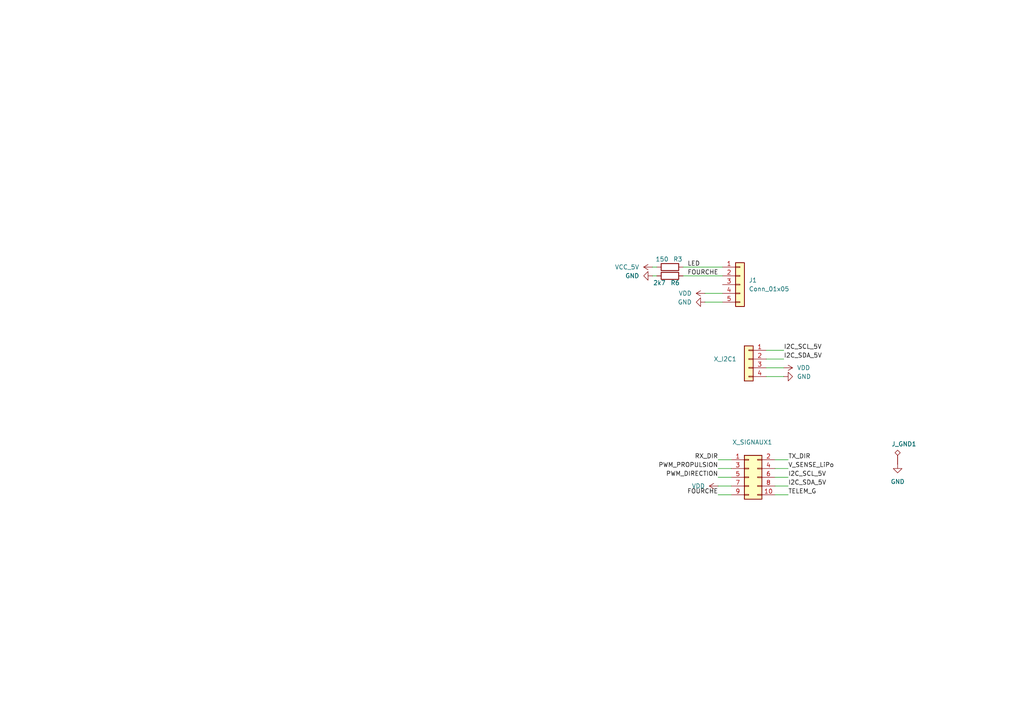
<source format=kicad_sch>
(kicad_sch (version 20231120) (generator "eeschema") (generator_version "8.0")
  (paper "A4")
  (lib_symbols
    (symbol "Connector:TestPoint_Alt" (pin_numbers hide) (pin_names (offset 0.762) hide)
      (property "Reference" "TP" (at 0 6.858 0))
      (property "Value" "TestPoint_Alt" (at 0 5.08 0))
      (symbol "TestPoint_Alt_0_1"
        (polyline (pts (xy 0 2.54) (xy -0.762 3.302) (xy 0 4.064) (xy 0.762 3.302) (xy 0 2.54)))
      )
      (symbol "TestPoint_Alt_1_1"
        (pin passive line (at 0 0 90) (length 2.54) (name "1") (number "1"))
      )
    )
    (symbol "Connector_Generic:Conn_01x04" (pin_names (offset 1.016) hide)
      (property "Reference" "J" (at 0 5.08 0))
      (property "Value" "Conn_01x04" (at 0 -7.62 0))
      (symbol "Conn_01x04_1_1"
        (rectangle (start -1.27 -4.953) (end 0 -5.207) (stroke (width 0.1524)))
        (rectangle (start -1.27 -2.413) (end 0 -2.667) (stroke (width 0.1524)))
        (rectangle (start -1.27 0.127) (end 0 -0.127) (stroke (width 0.1524)))
        (rectangle (start -1.27 2.667) (end 0 2.413) (stroke (width 0.1524)))
        (rectangle (start -1.27 3.81) (end 1.27 -6.35) (stroke (width 0.254)) (fill (type background)))
        (pin passive line (at -5.08 2.54 0) (length 3.81) (name "Pin_1") (number "1"))
        (pin passive line (at -5.08 0 0) (length 3.81) (name "Pin_2") (number "2"))
        (pin passive line (at -5.08 -2.54 0) (length 3.81) (name "Pin_3") (number "3"))
        (pin passive line (at -5.08 -5.08 0) (length 3.81) (name "Pin_4") (number "4"))
      )
    )
    (symbol "Connector_Generic:Conn_01x05" (pin_names (offset 1.016) hide)
      (property "Reference" "J" (at 0 7.62 0))
      (property "Value" "Conn_01x05" (at 0 -7.62 0))
      (symbol "Conn_01x05_1_1"
        (rectangle (start -1.27 -4.953) (end 0 -5.207) (stroke (width 0.1524)))
        (rectangle (start -1.27 -2.413) (end 0 -2.667) (stroke (width 0.1524)))
        (rectangle (start -1.27 0.127) (end 0 -0.127) (stroke (width 0.1524)))
        (rectangle (start -1.27 2.667) (end 0 2.413) (stroke (width 0.1524)))
        (rectangle (start -1.27 5.207) (end 0 4.953) (stroke (width 0.1524)))
        (rectangle (start -1.27 6.35) (end 1.27 -6.35) (stroke (width 0.254)) (fill (type background)))
        (pin passive line (at -5.08 5.08 0) (length 3.81) (name "Pin_1") (number "1"))
        (pin passive line (at -5.08 2.54 0) (length 3.81) (name "Pin_2") (number "2"))
        (pin passive line (at -5.08 0 0) (length 3.81) (name "Pin_3") (number "3"))
        (pin passive line (at -5.08 -2.54 0) (length 3.81) (name "Pin_4") (number "4"))
        (pin passive line (at -5.08 -5.08 0) (length 3.81) (name "Pin_5") (number "5"))
      )
    )
    (symbol "Connector_Generic:Conn_02x05_Odd_Even" (pin_names (offset 1.016) hide)
      (property "Reference" "J" (at 1.27 7.62 0))
      (property "Value" "Conn_02x05_Odd_Even" (at 1.27 -7.62 0))
      (symbol "Conn_02x05_Odd_Even_1_1"
        (rectangle (start -1.27 -4.953) (end 0 -5.207) (stroke (width 0.1524)))
        (rectangle (start -1.27 -2.413) (end 0 -2.667) (stroke (width 0.1524)))
        (rectangle (start -1.27 0.127) (end 0 -0.127) (stroke (width 0.1524)))
        (rectangle (start -1.27 2.667) (end 0 2.413) (stroke (width 0.1524)))
        (rectangle (start -1.27 5.207) (end 0 4.953) (stroke (width 0.1524)))
        (rectangle (start -1.27 6.35) (end 3.81 -6.35) (stroke (width 0.254)) (fill (type background)))
        (rectangle (start 3.81 -4.953) (end 2.54 -5.207) (stroke (width 0.1524)))
        (rectangle (start 3.81 -2.413) (end 2.54 -2.667) (stroke (width 0.1524)))
        (rectangle (start 3.81 0.127) (end 2.54 -0.127) (stroke (width 0.1524)))
        (rectangle (start 3.81 2.667) (end 2.54 2.413) (stroke (width 0.1524)))
        (rectangle (start 3.81 5.207) (end 2.54 4.953) (stroke (width 0.1524)))
        (pin passive line (at -5.08 5.08 0) (length 3.81) (name "Pin_1") (number "1"))
        (pin passive line (at 7.62 -5.08 180) (length 3.81) (name "Pin_10") (number "10"))
        (pin passive line (at 7.62 5.08 180) (length 3.81) (name "Pin_2") (number "2"))
        (pin passive line (at -5.08 2.54 0) (length 3.81) (name "Pin_3") (number "3"))
        (pin passive line (at 7.62 2.54 180) (length 3.81) (name "Pin_4") (number "4"))
        (pin passive line (at -5.08 0 0) (length 3.81) (name "Pin_5") (number "5"))
        (pin passive line (at 7.62 0 180) (length 3.81) (name "Pin_6") (number "6"))
        (pin passive line (at -5.08 -2.54 0) (length 3.81) (name "Pin_7") (number "7"))
        (pin passive line (at 7.62 -2.54 180) (length 3.81) (name "Pin_8") (number "8"))
        (pin passive line (at -5.08 -5.08 0) (length 3.81) (name "Pin_9") (number "9"))
      )
    )
    (symbol "Device:R" (pin_numbers hide) (pin_names (offset 0))
      (property "Reference" "R" (at 2.032 0 90))
      (property "Value" "R" (at 0 0 90))
      (symbol "R_0_1"
        (rectangle (start -1.016 -2.54) (end 1.016 2.54) (stroke (width 0.254)))
      )
      (symbol "R_1_1"
        (pin passive line (at 0 3.81 270) (length 1.27) (name "~") (number "1"))
        (pin passive line (at 0 -3.81 90) (length 1.27) (name "~") (number "2"))
      )
    )
    (symbol "power:GND" (power) (pin_numbers hide) (pin_names (offset 0) hide)
      (property "Value" "GND" (at 0 -3.81 0))
      (symbol "GND_0_1"
        (polyline (pts (xy 0 0) (xy 0 -1.27) (xy 1.27 -1.27) (xy 0 -2.54) (xy -1.27 -1.27) (xy 0 -1.27)))
      )
      (symbol "GND_1_1"
        (pin power_in line (at 0 0 270) (length 0) (name "~") (number "1"))
      )
    )
    (symbol "power:VCC" (power) (pin_numbers hide) (pin_names (offset 0) hide)
      (property "Value" "VCC" (at 0 3.556 0))
      (symbol "VCC_0_1"
        (polyline (pts (xy -0.762 1.27) (xy 0 2.54)))
        (polyline (pts (xy 0 0) (xy 0 2.54)))
        (polyline (pts (xy 0 2.54) (xy 0.762 1.27)))
      )
      (symbol "VCC_1_1"
        (pin power_in line (at 0 0 90) (length 0) (name "~") (number "1"))
      )
    )
    (symbol "power:VDD" (power) (pin_numbers hide) (pin_names (offset 0) hide)
      (property "Value" "VDD" (at 0 3.556 0))
      (symbol "VDD_0_1"
        (polyline (pts (xy -0.762 1.27) (xy 0 2.54)))
        (polyline (pts (xy 0 0) (xy 0 2.54)))
        (polyline (pts (xy 0 2.54) (xy 0.762 1.27)))
      )
      (symbol "VDD_1_1"
        (pin power_in line (at 0 0 90) (length 0) (name "~") (number "1"))
      )
    )
  )
  (wire (pts (xy 224.79 133.35) (xy 228.6 133.35)))
  (wire (pts (xy 222.25 109.22) (xy 227.33 109.22)))
  (wire (pts (xy 222.25 106.68) (xy 227.33 106.68)))
  (wire (pts (xy 208.28 143.51) (xy 212.09 143.51)))
  (wire (pts (xy 222.25 104.14) (xy 227.33 104.14)))
  (wire (pts (xy 189.23 77.47) (xy 190.5 77.47)))
  (wire (pts (xy 208.28 138.43) (xy 212.09 138.43)))
  (wire (pts (xy 224.79 143.51) (xy 228.6 143.51)))
  (wire (pts (xy 198.12 77.47) (xy 209.55 77.47)))
  (wire (pts (xy 224.79 140.97) (xy 228.6 140.97)))
  (wire (pts (xy 222.25 101.6) (xy 227.33 101.6)))
  (wire (pts (xy 204.47 87.63) (xy 209.55 87.63)))
  (wire (pts (xy 224.79 138.43) (xy 228.6 138.43)))
  (wire (pts (xy 198.12 80.01) (xy 209.55 80.01)))
  (wire (pts (xy 224.79 135.89) (xy 228.6 135.89)))
  (wire (pts (xy 189.23 80.01) (xy 190.5 80.01)))
  (wire (pts (xy 208.28 133.35) (xy 212.09 133.35)))
  (wire (pts (xy 208.28 140.97) (xy 212.09 140.97)))
  (wire (pts (xy 208.28 135.89) (xy 212.09 135.89)))
  (wire (pts (xy 204.47 85.09) (xy 209.55 85.09)))
  (label "PWM_PROPULSION" (at 208.28 135.89 180))
  (label "TELEM_G" (at 228.6 143.51 0))
  (label "LED" (at 199.39 77.47 0))
  (label "I2C_SDA_5V" (at 227.33 104.14 0))
  (label "TX_DIR" (at 228.6 133.35 0))
  (label "FOURCHE" (at 199.39 80.01 0))
  (label "I2C_SCL_5V" (at 227.33 101.6 0))
  (label "V_SENSE_LiPo" (at 228.6 135.89 0))
  (label "PWM_DIRECTION" (at 208.28 138.43 180))
  (label "FOURCHE" (at 208.28 143.51 180))
  (label "I2C_SCL_5V" (at 228.6 138.43 0))
  (label "I2C_SDA_5V" (at 228.6 140.97 0))
  (label "RX_DIR" (at 208.28 133.35 180))
  (symbol (lib_id "power:GND") (at 204.47 87.63 270) (unit 1)
    (property "Reference" "#PWR06" (effects (hide yes)))
    (property "Value" "GND" (at 200.66 87.6299 90) (effects (justify right)))
    (property "Description" "Power symbol creates a global label with name \"GND\" , ground" (effects (hide yes)))
  )
  (symbol (lib_id "power:GND") (at 189.23 80.01 270) (unit 1)
    (property "Reference" "#PWR07" (effects (hide yes)))
    (property "Value" "GND" (at 185.42 80.0099 90) (effects (justify right)))
    (property "Description" "Power symbol creates a global label with name \"GND\" , ground" (effects (hide yes)))
  )
  (symbol (lib_id "power:GND") (at 227.33 109.22 90) (unit 1)
    (property "Reference" "#PWR04" (effects (hide yes)))
    (property "Value" "GND" (at 231.14 109.2199 90) (effects (justify right)))
    (property "Description" "Power symbol creates a global label with name \"GND\" , ground" (effects (hide yes)))
  )
  (symbol (lib_id "power:VCC") (at 204.47 85.09 90) (unit 1)
    (property "Reference" "#PWR05" (effects (hide yes)))
    (property "Value" "VDD" (at 200.66 85.0899 90) (effects (justify left)))
    (property "Description" "Power symbol creates a global label with name \"VCC\"" (effects (hide yes)))
  )
  (symbol (lib_id "Connector_Generic:Conn_02x05_Odd_Even") (at 217.17 138.43 0) (unit 1)
    (property "Reference" "X_SIGNAUX1" (at 218.186 128.27 0))
    (property "Value" "Conn_02x05" (effects (hide yes)))
    (property "Footprint" "Connector_IDC:IDC-Header_2x05_P2.54mm_Vertical" (effects (hide yes)))
    (property "Description" "Generic connector, double row, 02x05, odd/even pin numbering scheme (row 1 odd numbers, row 2 even numbers), script generated (kicad-library-utils/schlib/autogen/connector/)" (effects (hide yes)))
  )
  (symbol (lib_id "Device:R") (at 194.31 77.47 90) (unit 1)
    (property "Reference" "R3" (at 196.596 75.184 90))
    (property "Value" "150" (at 192.024 75.184 90))
    (property "Description" "Resistor" (effects (hide yes)))
  )
  (symbol (lib_id "power:VDD") (at 227.33 106.68 270) (unit 1)
    (property "Reference" "#PWR03" (effects (hide yes)))
    (property "Value" "VDD" (at 231.14 106.6799 90) (effects (justify left)))
    (property "Description" "Power symbol creates a global label with name \"VDD\"" (effects (hide yes)))
  )
  (symbol (lib_id "power:VDD") (at 189.23 77.47 90) (unit 1)
    (property "Reference" "#PWR08" (effects (hide yes)))
    (property "Value" "VCC_5V" (at 185.42 77.4699 90) (effects (justify left)))
    (property "Description" "Power symbol creates a global label with name \"VDD\"" (effects (hide yes)))
  )
  (symbol (lib_id "Connector_Generic:Conn_01x05") (at 214.63 82.55 0) (unit 1)
    (property "Reference" "J1" (at 217.17 81.2799 0) (effects (justify left)))
    (property "Value" "Conn_01x05" (at 217.17 83.8199 0) (effects (justify left)))
    (property "Description" "Generic connector, single row, 01x05, script generated (kicad-library-utils/schlib/autogen/connector/)" (effects (hide yes)))
  )
  (symbol (lib_id "Device:R") (at 194.31 80.01 90) (unit 1)
    (property "Reference" "R6" (at 195.834 82.042 90))
    (property "Value" "2k7" (at 191.262 82.042 90))
    (property "Description" "Resistor" (effects (hide yes)))
  )
  (symbol (lib_id "power:VDD") (at 208.28 140.97 90) (unit 1)
    (property "Reference" "#PWR01" (effects (hide yes)))
    (property "Value" "VDD" (at 204.47 140.9699 90) (effects (justify left)))
    (property "Description" "Power symbol creates a global label with name \"VDD\"" (effects (hide yes)))
  )
  (symbol (lib_id "Connector:TestPoint_Alt") (at 260.35 134.62 0) (unit 1)
    (property "Reference" "J_GND1" (at 258.572 128.778 0) (effects (justify left)))
    (property "Value" "TestPoint" (effects (hide yes)))
    (property "Footprint" "TestPoint:TestPoint_Loop_D3.50mm_Drill0.9mm_Beaded" (effects (hide yes)))
    (property "Description" "test point (alternative shape)" (effects (hide yes)))
  )
  (symbol (lib_id "power:GND") (at 260.35 134.62 0) (unit 1)
    (property "Reference" "#PWR02" (effects (hide yes)))
    (property "Value" "GND" (at 260.35 139.7 0))
    (property "Description" "Power symbol creates a global label with name \"GND\" , ground" (effects (hide yes)))
  )
  (symbol (lib_id "Connector_Generic:Conn_01x04") (at 217.17 104.14 0) (mirror y) (unit 1)
    (property "Reference" "X_I2C1" (at 210.312 104.14 0))
    (property "Value" "Conn_01x04" (effects (hide yes)))
    (property "Footprint" "Connector_Molex:Molex_KK-254_AE-6410-04A_1x04_P2.54mm_Vertical" (effects (hide yes)))
    (property "Description" "Generic connector, single row, 01x04, script generated (kicad-library-utils/schlib/autogen/connector/)" (effects (hide yes)))
  )
)
</source>
